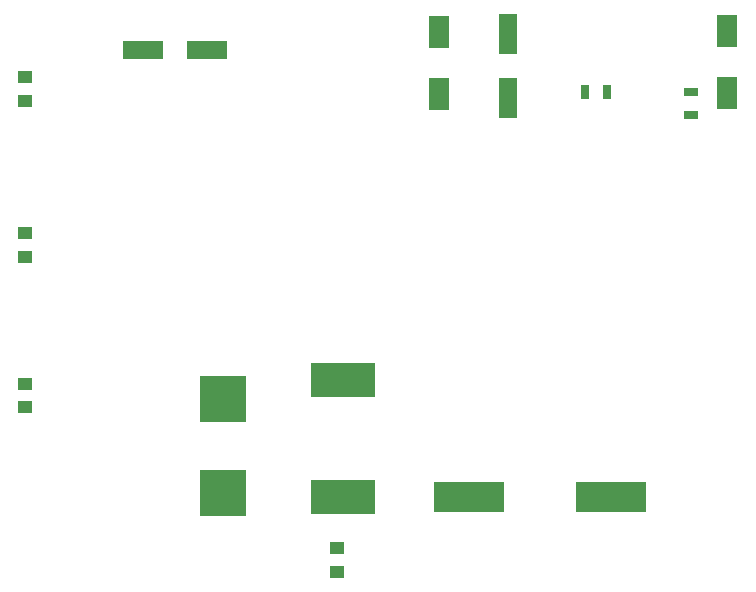
<source format=gbr>
G04 #@! TF.GenerationSoftware,KiCad,Pcbnew,(5.0.1)-4*
G04 #@! TF.CreationDate,2019-02-03T13:31:45+01:00*
G04 #@! TF.ProjectId,GPSDO-LCD-2,475053444F2D4C43442D322E6B696361,rev?*
G04 #@! TF.SameCoordinates,Original*
G04 #@! TF.FileFunction,Paste,Bot*
G04 #@! TF.FilePolarity,Positive*
%FSLAX46Y46*%
G04 Gerber Fmt 4.6, Leading zero omitted, Abs format (unit mm)*
G04 Created by KiCad (PCBNEW (5.0.1)-4) date 03/02/2019 13:31:45*
%MOMM*%
%LPD*%
G01*
G04 APERTURE LIST*
%ADD10R,1.250000X1.000000*%
%ADD11R,6.000000X2.500000*%
%ADD12R,3.500000X1.600000*%
%ADD13R,1.800000X2.750000*%
%ADD14R,1.600000X3.500000*%
%ADD15R,3.900000X3.900000*%
%ADD16R,5.400000X2.900000*%
%ADD17R,1.300000X0.700000*%
%ADD18R,0.700000X1.300000*%
G04 APERTURE END LIST*
D10*
G04 #@! TO.C,C10*
X110490000Y-127016000D03*
X110490000Y-129016000D03*
G04 #@! TD*
G04 #@! TO.C,C11*
X84074000Y-89138000D03*
X84074000Y-87138000D03*
G04 #@! TD*
G04 #@! TO.C,C12*
X84074000Y-102346000D03*
X84074000Y-100346000D03*
G04 #@! TD*
G04 #@! TO.C,C13*
X84074000Y-113062000D03*
X84074000Y-115062000D03*
G04 #@! TD*
D11*
G04 #@! TO.C,C18*
X121644000Y-122682000D03*
X133644000Y-122682000D03*
G04 #@! TD*
D12*
G04 #@! TO.C,C19*
X94074000Y-84836000D03*
X99474000Y-84836000D03*
G04 #@! TD*
D13*
G04 #@! TO.C,C21*
X119126000Y-88562000D03*
X119126000Y-83312000D03*
G04 #@! TD*
D14*
G04 #@! TO.C,C33*
X124968000Y-88900000D03*
X124968000Y-83500000D03*
G04 #@! TD*
D13*
G04 #@! TO.C,C36*
X143510000Y-83227000D03*
X143510000Y-88477000D03*
G04 #@! TD*
D15*
G04 #@! TO.C,D1*
X100838000Y-122364000D03*
X100838000Y-114364000D03*
G04 #@! TD*
D16*
G04 #@! TO.C,L2*
X110998000Y-112782000D03*
X110998000Y-122682000D03*
G04 #@! TD*
D17*
G04 #@! TO.C,R22*
X140462000Y-88392000D03*
X140462000Y-90292000D03*
G04 #@! TD*
D18*
G04 #@! TO.C,R23*
X133350000Y-88392000D03*
X131450000Y-88392000D03*
G04 #@! TD*
M02*

</source>
